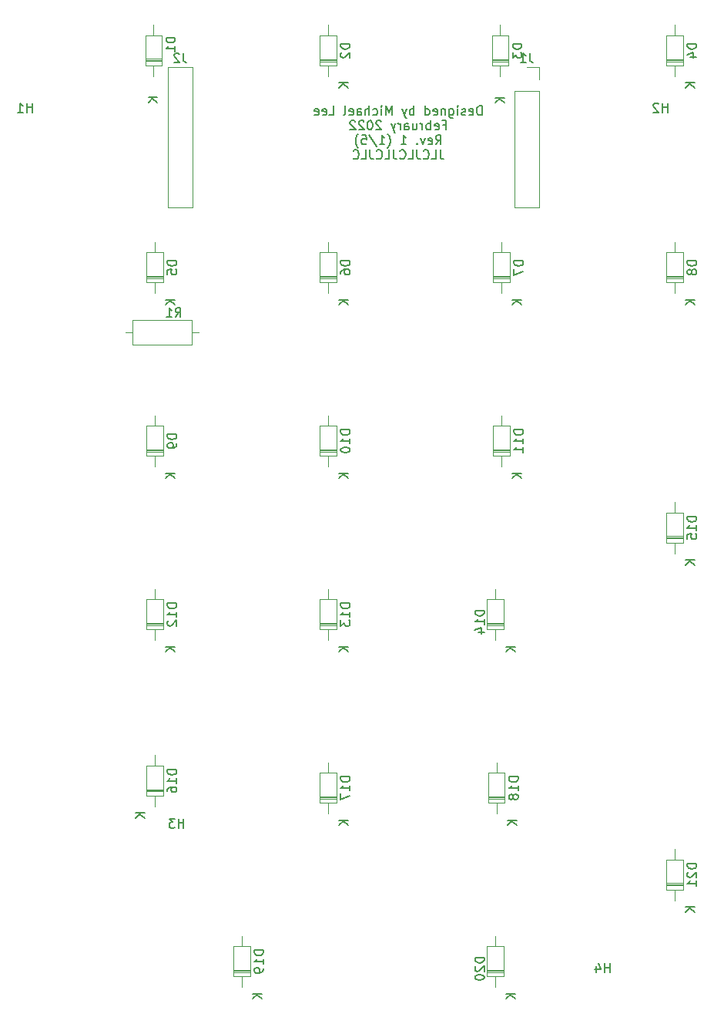
<source format=gbr>
%TF.GenerationSoftware,KiCad,Pcbnew,(6.0.2)*%
%TF.CreationDate,2022-02-20T23:39:01-05:00*%
%TF.ProjectId,Numpad,4e756d70-6164-42e6-9b69-6361645f7063,rev?*%
%TF.SameCoordinates,Original*%
%TF.FileFunction,Legend,Bot*%
%TF.FilePolarity,Positive*%
%FSLAX46Y46*%
G04 Gerber Fmt 4.6, Leading zero omitted, Abs format (unit mm)*
G04 Created by KiCad (PCBNEW (6.0.2)) date 2022-02-20 23:39:01*
%MOMM*%
%LPD*%
G01*
G04 APERTURE LIST*
%ADD10C,0.150000*%
%ADD11C,0.120000*%
G04 APERTURE END LIST*
D10*
X77198975Y-42804879D02*
X77198975Y-41804879D01*
X76960879Y-41804879D01*
X76818022Y-41852499D01*
X76722784Y-41947737D01*
X76675165Y-42042975D01*
X76627546Y-42233451D01*
X76627546Y-42376308D01*
X76675165Y-42566784D01*
X76722784Y-42662022D01*
X76818022Y-42757260D01*
X76960879Y-42804879D01*
X77198975Y-42804879D01*
X75818022Y-42757260D02*
X75913260Y-42804879D01*
X76103737Y-42804879D01*
X76198975Y-42757260D01*
X76246594Y-42662022D01*
X76246594Y-42281070D01*
X76198975Y-42185832D01*
X76103737Y-42138213D01*
X75913260Y-42138213D01*
X75818022Y-42185832D01*
X75770403Y-42281070D01*
X75770403Y-42376308D01*
X76246594Y-42471546D01*
X75389451Y-42757260D02*
X75294213Y-42804879D01*
X75103737Y-42804879D01*
X75008499Y-42757260D01*
X74960879Y-42662022D01*
X74960879Y-42614403D01*
X75008499Y-42519165D01*
X75103737Y-42471546D01*
X75246594Y-42471546D01*
X75341832Y-42423927D01*
X75389451Y-42328689D01*
X75389451Y-42281070D01*
X75341832Y-42185832D01*
X75246594Y-42138213D01*
X75103737Y-42138213D01*
X75008499Y-42185832D01*
X74532308Y-42804879D02*
X74532308Y-42138213D01*
X74532308Y-41804879D02*
X74579927Y-41852499D01*
X74532308Y-41900118D01*
X74484689Y-41852499D01*
X74532308Y-41804879D01*
X74532308Y-41900118D01*
X73627546Y-42138213D02*
X73627546Y-42947737D01*
X73675165Y-43042975D01*
X73722784Y-43090594D01*
X73818022Y-43138213D01*
X73960879Y-43138213D01*
X74056118Y-43090594D01*
X73627546Y-42757260D02*
X73722784Y-42804879D01*
X73913260Y-42804879D01*
X74008499Y-42757260D01*
X74056118Y-42709641D01*
X74103737Y-42614403D01*
X74103737Y-42328689D01*
X74056118Y-42233451D01*
X74008499Y-42185832D01*
X73913260Y-42138213D01*
X73722784Y-42138213D01*
X73627546Y-42185832D01*
X73151356Y-42138213D02*
X73151356Y-42804879D01*
X73151356Y-42233451D02*
X73103737Y-42185832D01*
X73008499Y-42138213D01*
X72865641Y-42138213D01*
X72770403Y-42185832D01*
X72722784Y-42281070D01*
X72722784Y-42804879D01*
X71865641Y-42757260D02*
X71960879Y-42804879D01*
X72151356Y-42804879D01*
X72246594Y-42757260D01*
X72294213Y-42662022D01*
X72294213Y-42281070D01*
X72246594Y-42185832D01*
X72151356Y-42138213D01*
X71960879Y-42138213D01*
X71865641Y-42185832D01*
X71818022Y-42281070D01*
X71818022Y-42376308D01*
X72294213Y-42471546D01*
X70960879Y-42804879D02*
X70960879Y-41804879D01*
X70960879Y-42757260D02*
X71056118Y-42804879D01*
X71246594Y-42804879D01*
X71341832Y-42757260D01*
X71389451Y-42709641D01*
X71437070Y-42614403D01*
X71437070Y-42328689D01*
X71389451Y-42233451D01*
X71341832Y-42185832D01*
X71246594Y-42138213D01*
X71056118Y-42138213D01*
X70960879Y-42185832D01*
X69722784Y-42804879D02*
X69722784Y-41804879D01*
X69722784Y-42185832D02*
X69627546Y-42138213D01*
X69437070Y-42138213D01*
X69341832Y-42185832D01*
X69294213Y-42233451D01*
X69246594Y-42328689D01*
X69246594Y-42614403D01*
X69294213Y-42709641D01*
X69341832Y-42757260D01*
X69437070Y-42804879D01*
X69627546Y-42804879D01*
X69722784Y-42757260D01*
X68913260Y-42138213D02*
X68675165Y-42804879D01*
X68437070Y-42138213D02*
X68675165Y-42804879D01*
X68770403Y-43042975D01*
X68818022Y-43090594D01*
X68913260Y-43138213D01*
X67294213Y-42804879D02*
X67294213Y-41804879D01*
X66960879Y-42519165D01*
X66627546Y-41804879D01*
X66627546Y-42804879D01*
X66151356Y-42804879D02*
X66151356Y-42138213D01*
X66151356Y-41804879D02*
X66198975Y-41852499D01*
X66151356Y-41900118D01*
X66103737Y-41852499D01*
X66151356Y-41804879D01*
X66151356Y-41900118D01*
X65246594Y-42757260D02*
X65341832Y-42804879D01*
X65532308Y-42804879D01*
X65627546Y-42757260D01*
X65675165Y-42709641D01*
X65722784Y-42614403D01*
X65722784Y-42328689D01*
X65675165Y-42233451D01*
X65627546Y-42185832D01*
X65532308Y-42138213D01*
X65341832Y-42138213D01*
X65246594Y-42185832D01*
X64818022Y-42804879D02*
X64818022Y-41804879D01*
X64389451Y-42804879D02*
X64389451Y-42281070D01*
X64437070Y-42185832D01*
X64532308Y-42138213D01*
X64675165Y-42138213D01*
X64770403Y-42185832D01*
X64818022Y-42233451D01*
X63484689Y-42804879D02*
X63484689Y-42281070D01*
X63532308Y-42185832D01*
X63627546Y-42138213D01*
X63818022Y-42138213D01*
X63913260Y-42185832D01*
X63484689Y-42757260D02*
X63579927Y-42804879D01*
X63818022Y-42804879D01*
X63913260Y-42757260D01*
X63960879Y-42662022D01*
X63960879Y-42566784D01*
X63913260Y-42471546D01*
X63818022Y-42423927D01*
X63579927Y-42423927D01*
X63484689Y-42376308D01*
X62627546Y-42757260D02*
X62722784Y-42804879D01*
X62913260Y-42804879D01*
X63008499Y-42757260D01*
X63056118Y-42662022D01*
X63056118Y-42281070D01*
X63008499Y-42185832D01*
X62913260Y-42138213D01*
X62722784Y-42138213D01*
X62627546Y-42185832D01*
X62579927Y-42281070D01*
X62579927Y-42376308D01*
X63056118Y-42471546D01*
X62008499Y-42804879D02*
X62103737Y-42757260D01*
X62151356Y-42662022D01*
X62151356Y-41804879D01*
X60389451Y-42804879D02*
X60865641Y-42804879D01*
X60865641Y-41804879D01*
X59675165Y-42757260D02*
X59770403Y-42804879D01*
X59960879Y-42804879D01*
X60056118Y-42757260D01*
X60103737Y-42662022D01*
X60103737Y-42281070D01*
X60056118Y-42185832D01*
X59960879Y-42138213D01*
X59770403Y-42138213D01*
X59675165Y-42185832D01*
X59627546Y-42281070D01*
X59627546Y-42376308D01*
X60103737Y-42471546D01*
X58818022Y-42757260D02*
X58913260Y-42804879D01*
X59103737Y-42804879D01*
X59198975Y-42757260D01*
X59246594Y-42662022D01*
X59246594Y-42281070D01*
X59198975Y-42185832D01*
X59103737Y-42138213D01*
X58913260Y-42138213D01*
X58818022Y-42185832D01*
X58770403Y-42281070D01*
X58770403Y-42376308D01*
X59246594Y-42471546D01*
X72937070Y-43891070D02*
X73270403Y-43891070D01*
X73270403Y-44414879D02*
X73270403Y-43414879D01*
X72794213Y-43414879D01*
X72032308Y-44367260D02*
X72127546Y-44414879D01*
X72318022Y-44414879D01*
X72413260Y-44367260D01*
X72460879Y-44272022D01*
X72460879Y-43891070D01*
X72413260Y-43795832D01*
X72318022Y-43748213D01*
X72127546Y-43748213D01*
X72032308Y-43795832D01*
X71984689Y-43891070D01*
X71984689Y-43986308D01*
X72460879Y-44081546D01*
X71556118Y-44414879D02*
X71556118Y-43414879D01*
X71556118Y-43795832D02*
X71460879Y-43748213D01*
X71270403Y-43748213D01*
X71175165Y-43795832D01*
X71127546Y-43843451D01*
X71079927Y-43938689D01*
X71079927Y-44224403D01*
X71127546Y-44319641D01*
X71175165Y-44367260D01*
X71270403Y-44414879D01*
X71460879Y-44414879D01*
X71556118Y-44367260D01*
X70651356Y-44414879D02*
X70651356Y-43748213D01*
X70651356Y-43938689D02*
X70603737Y-43843451D01*
X70556118Y-43795832D01*
X70460879Y-43748213D01*
X70365641Y-43748213D01*
X69603737Y-43748213D02*
X69603737Y-44414879D01*
X70032308Y-43748213D02*
X70032308Y-44272022D01*
X69984689Y-44367260D01*
X69889451Y-44414879D01*
X69746594Y-44414879D01*
X69651356Y-44367260D01*
X69603737Y-44319641D01*
X68698975Y-44414879D02*
X68698975Y-43891070D01*
X68746594Y-43795832D01*
X68841832Y-43748213D01*
X69032308Y-43748213D01*
X69127546Y-43795832D01*
X68698975Y-44367260D02*
X68794213Y-44414879D01*
X69032308Y-44414879D01*
X69127546Y-44367260D01*
X69175165Y-44272022D01*
X69175165Y-44176784D01*
X69127546Y-44081546D01*
X69032308Y-44033927D01*
X68794213Y-44033927D01*
X68698975Y-43986308D01*
X68222784Y-44414879D02*
X68222784Y-43748213D01*
X68222784Y-43938689D02*
X68175165Y-43843451D01*
X68127546Y-43795832D01*
X68032308Y-43748213D01*
X67937070Y-43748213D01*
X67698975Y-43748213D02*
X67460879Y-44414879D01*
X67222784Y-43748213D02*
X67460879Y-44414879D01*
X67556118Y-44652975D01*
X67603737Y-44700594D01*
X67698975Y-44748213D01*
X66127546Y-43510118D02*
X66079927Y-43462499D01*
X65984689Y-43414879D01*
X65746594Y-43414879D01*
X65651356Y-43462499D01*
X65603737Y-43510118D01*
X65556118Y-43605356D01*
X65556118Y-43700594D01*
X65603737Y-43843451D01*
X66175165Y-44414879D01*
X65556118Y-44414879D01*
X64937070Y-43414879D02*
X64841832Y-43414879D01*
X64746594Y-43462499D01*
X64698975Y-43510118D01*
X64651356Y-43605356D01*
X64603737Y-43795832D01*
X64603737Y-44033927D01*
X64651356Y-44224403D01*
X64698975Y-44319641D01*
X64746594Y-44367260D01*
X64841832Y-44414879D01*
X64937070Y-44414879D01*
X65032308Y-44367260D01*
X65079927Y-44319641D01*
X65127546Y-44224403D01*
X65175165Y-44033927D01*
X65175165Y-43795832D01*
X65127546Y-43605356D01*
X65079927Y-43510118D01*
X65032308Y-43462499D01*
X64937070Y-43414879D01*
X64222784Y-43510118D02*
X64175165Y-43462499D01*
X64079927Y-43414879D01*
X63841832Y-43414879D01*
X63746594Y-43462499D01*
X63698975Y-43510118D01*
X63651356Y-43605356D01*
X63651356Y-43700594D01*
X63698975Y-43843451D01*
X64270403Y-44414879D01*
X63651356Y-44414879D01*
X63270403Y-43510118D02*
X63222784Y-43462499D01*
X63127546Y-43414879D01*
X62889451Y-43414879D01*
X62794213Y-43462499D01*
X62746594Y-43510118D01*
X62698975Y-43605356D01*
X62698975Y-43700594D01*
X62746594Y-43843451D01*
X63318022Y-44414879D01*
X62698975Y-44414879D01*
X72127546Y-46024879D02*
X72460879Y-45548689D01*
X72698975Y-46024879D02*
X72698975Y-45024879D01*
X72318022Y-45024879D01*
X72222784Y-45072499D01*
X72175165Y-45120118D01*
X72127546Y-45215356D01*
X72127546Y-45358213D01*
X72175165Y-45453451D01*
X72222784Y-45501070D01*
X72318022Y-45548689D01*
X72698975Y-45548689D01*
X71318022Y-45977260D02*
X71413260Y-46024879D01*
X71603737Y-46024879D01*
X71698975Y-45977260D01*
X71746594Y-45882022D01*
X71746594Y-45501070D01*
X71698975Y-45405832D01*
X71603737Y-45358213D01*
X71413260Y-45358213D01*
X71318022Y-45405832D01*
X71270403Y-45501070D01*
X71270403Y-45596308D01*
X71746594Y-45691546D01*
X70937070Y-45358213D02*
X70698975Y-46024879D01*
X70460879Y-45358213D01*
X70079927Y-45929641D02*
X70032308Y-45977260D01*
X70079927Y-46024879D01*
X70127546Y-45977260D01*
X70079927Y-45929641D01*
X70079927Y-46024879D01*
X68318022Y-46024879D02*
X68889451Y-46024879D01*
X68603737Y-46024879D02*
X68603737Y-45024879D01*
X68698975Y-45167737D01*
X68794213Y-45262975D01*
X68889451Y-45310594D01*
X66841832Y-46405832D02*
X66889451Y-46358213D01*
X66984689Y-46215356D01*
X67032308Y-46120118D01*
X67079927Y-45977260D01*
X67127546Y-45739165D01*
X67127546Y-45548689D01*
X67079927Y-45310594D01*
X67032308Y-45167737D01*
X66984689Y-45072499D01*
X66889451Y-44929641D01*
X66841832Y-44882022D01*
X65937070Y-46024879D02*
X66508499Y-46024879D01*
X66222784Y-46024879D02*
X66222784Y-45024879D01*
X66318022Y-45167737D01*
X66413260Y-45262975D01*
X66508499Y-45310594D01*
X64794213Y-44977260D02*
X65651356Y-46262975D01*
X63984689Y-45024879D02*
X64460879Y-45024879D01*
X64508499Y-45501070D01*
X64460879Y-45453451D01*
X64365641Y-45405832D01*
X64127546Y-45405832D01*
X64032308Y-45453451D01*
X63984689Y-45501070D01*
X63937070Y-45596308D01*
X63937070Y-45834403D01*
X63984689Y-45929641D01*
X64032308Y-45977260D01*
X64127546Y-46024879D01*
X64365641Y-46024879D01*
X64460879Y-45977260D01*
X64508499Y-45929641D01*
X63603737Y-46405832D02*
X63556118Y-46358213D01*
X63460879Y-46215356D01*
X63413260Y-46120118D01*
X63365641Y-45977260D01*
X63318022Y-45739165D01*
X63318022Y-45548689D01*
X63365641Y-45310594D01*
X63413260Y-45167737D01*
X63460879Y-45072499D01*
X63556118Y-44929641D01*
X63603737Y-44882022D01*
X72627546Y-46634879D02*
X72627546Y-47349165D01*
X72675165Y-47492022D01*
X72770403Y-47587260D01*
X72913260Y-47634879D01*
X73008499Y-47634879D01*
X71675165Y-47634879D02*
X72151356Y-47634879D01*
X72151356Y-46634879D01*
X70770403Y-47539641D02*
X70818022Y-47587260D01*
X70960879Y-47634879D01*
X71056118Y-47634879D01*
X71198975Y-47587260D01*
X71294213Y-47492022D01*
X71341832Y-47396784D01*
X71389451Y-47206308D01*
X71389451Y-47063451D01*
X71341832Y-46872975D01*
X71294213Y-46777737D01*
X71198975Y-46682499D01*
X71056118Y-46634879D01*
X70960879Y-46634879D01*
X70818022Y-46682499D01*
X70770403Y-46730118D01*
X70056118Y-46634879D02*
X70056118Y-47349165D01*
X70103737Y-47492022D01*
X70198975Y-47587260D01*
X70341832Y-47634879D01*
X70437070Y-47634879D01*
X69103737Y-47634879D02*
X69579927Y-47634879D01*
X69579927Y-46634879D01*
X68198975Y-47539641D02*
X68246594Y-47587260D01*
X68389451Y-47634879D01*
X68484689Y-47634879D01*
X68627546Y-47587260D01*
X68722784Y-47492022D01*
X68770403Y-47396784D01*
X68818022Y-47206308D01*
X68818022Y-47063451D01*
X68770403Y-46872975D01*
X68722784Y-46777737D01*
X68627546Y-46682499D01*
X68484689Y-46634879D01*
X68389451Y-46634879D01*
X68246594Y-46682499D01*
X68198975Y-46730118D01*
X67484689Y-46634879D02*
X67484689Y-47349165D01*
X67532308Y-47492022D01*
X67627546Y-47587260D01*
X67770403Y-47634879D01*
X67865641Y-47634879D01*
X66532308Y-47634879D02*
X67008499Y-47634879D01*
X67008499Y-46634879D01*
X65627546Y-47539641D02*
X65675165Y-47587260D01*
X65818022Y-47634879D01*
X65913260Y-47634879D01*
X66056118Y-47587260D01*
X66151356Y-47492022D01*
X66198975Y-47396784D01*
X66246594Y-47206308D01*
X66246594Y-47063451D01*
X66198975Y-46872975D01*
X66151356Y-46777737D01*
X66056118Y-46682499D01*
X65913260Y-46634879D01*
X65818022Y-46634879D01*
X65675165Y-46682499D01*
X65627546Y-46730118D01*
X64913260Y-46634879D02*
X64913260Y-47349165D01*
X64960879Y-47492022D01*
X65056118Y-47587260D01*
X65198975Y-47634879D01*
X65294213Y-47634879D01*
X63960879Y-47634879D02*
X64437070Y-47634879D01*
X64437070Y-46634879D01*
X63056118Y-47539641D02*
X63103737Y-47587260D01*
X63246594Y-47634879D01*
X63341832Y-47634879D01*
X63484689Y-47587260D01*
X63579927Y-47492022D01*
X63627546Y-47396784D01*
X63675165Y-47206308D01*
X63675165Y-47063451D01*
X63627546Y-46872975D01*
X63579927Y-46777737D01*
X63484689Y-46682499D01*
X63341832Y-46634879D01*
X63246594Y-46634879D01*
X63103737Y-46682499D01*
X63056118Y-46730118D01*
%TO.C,H1*%
X27749403Y-42496129D02*
X27749403Y-41496129D01*
X27749403Y-41972320D02*
X27177975Y-41972320D01*
X27177975Y-42496129D02*
X27177975Y-41496129D01*
X26177975Y-42496129D02*
X26749403Y-42496129D01*
X26463689Y-42496129D02*
X26463689Y-41496129D01*
X26558927Y-41638987D01*
X26654165Y-41734225D01*
X26749403Y-41781844D01*
%TO.C,J1*%
X82470582Y-36016129D02*
X82470582Y-36730415D01*
X82518201Y-36873272D01*
X82613439Y-36968510D01*
X82756296Y-37016129D01*
X82851534Y-37016129D01*
X81470582Y-37016129D02*
X82042010Y-37016129D01*
X81756296Y-37016129D02*
X81756296Y-36016129D01*
X81851534Y-36158987D01*
X81946772Y-36254225D01*
X82042010Y-36301844D01*
%TO.C,R1*%
X43505415Y-64968379D02*
X43838749Y-64492189D01*
X44076844Y-64968379D02*
X44076844Y-63968379D01*
X43695891Y-63968379D01*
X43600653Y-64015999D01*
X43553034Y-64063618D01*
X43505415Y-64158856D01*
X43505415Y-64301713D01*
X43553034Y-64396951D01*
X43600653Y-64444570D01*
X43695891Y-64492189D01*
X44076844Y-64492189D01*
X42553034Y-64968379D02*
X43124463Y-64968379D01*
X42838749Y-64968379D02*
X42838749Y-63968379D01*
X42933987Y-64111237D01*
X43029225Y-64206475D01*
X43124463Y-64254094D01*
%TO.C,D16*%
X43647379Y-114678214D02*
X42647379Y-114678214D01*
X42647379Y-114916309D01*
X42694999Y-115059166D01*
X42790237Y-115154404D01*
X42885475Y-115202023D01*
X43075951Y-115249642D01*
X43218808Y-115249642D01*
X43409284Y-115202023D01*
X43504522Y-115154404D01*
X43599760Y-115059166D01*
X43647379Y-114916309D01*
X43647379Y-114678214D01*
X43647379Y-116202023D02*
X43647379Y-115630595D01*
X43647379Y-115916309D02*
X42647379Y-115916309D01*
X42790237Y-115821071D01*
X42885475Y-115725833D01*
X42933094Y-115630595D01*
X42647379Y-117059166D02*
X42647379Y-116868690D01*
X42694999Y-116773452D01*
X42742618Y-116725833D01*
X42885475Y-116630595D01*
X43075951Y-116582976D01*
X43456903Y-116582976D01*
X43552141Y-116630595D01*
X43599760Y-116678214D01*
X43647379Y-116773452D01*
X43647379Y-116963928D01*
X43599760Y-117059166D01*
X43552141Y-117106785D01*
X43456903Y-117154404D01*
X43218808Y-117154404D01*
X43123570Y-117106785D01*
X43075951Y-117059166D01*
X43028332Y-116963928D01*
X43028332Y-116773452D01*
X43075951Y-116678214D01*
X43123570Y-116630595D01*
X43218808Y-116582976D01*
X40139880Y-119440595D02*
X39139880Y-119440595D01*
X40139880Y-120012023D02*
X39568452Y-119583452D01*
X39139880Y-120012023D02*
X39711309Y-119440595D01*
%TO.C,D13*%
X62697379Y-96421963D02*
X61697379Y-96421963D01*
X61697379Y-96660058D01*
X61744999Y-96802915D01*
X61840237Y-96898153D01*
X61935475Y-96945772D01*
X62125951Y-96993391D01*
X62268808Y-96993391D01*
X62459284Y-96945772D01*
X62554522Y-96898153D01*
X62649760Y-96802915D01*
X62697379Y-96660058D01*
X62697379Y-96421963D01*
X62697379Y-97945772D02*
X62697379Y-97374344D01*
X62697379Y-97660058D02*
X61697379Y-97660058D01*
X61840237Y-97564820D01*
X61935475Y-97469582D01*
X61983094Y-97374344D01*
X61697379Y-98279106D02*
X61697379Y-98898153D01*
X62078332Y-98564820D01*
X62078332Y-98707677D01*
X62125951Y-98802915D01*
X62173570Y-98850534D01*
X62268808Y-98898153D01*
X62506903Y-98898153D01*
X62602141Y-98850534D01*
X62649760Y-98802915D01*
X62697379Y-98707677D01*
X62697379Y-98421963D01*
X62649760Y-98326725D01*
X62602141Y-98279106D01*
X62527379Y-101184344D02*
X61527379Y-101184344D01*
X62527379Y-101755772D02*
X61955951Y-101327201D01*
X61527379Y-101755772D02*
X62098808Y-101184344D01*
%TO.C,D8*%
X100797379Y-58798153D02*
X99797379Y-58798153D01*
X99797379Y-59036249D01*
X99844999Y-59179106D01*
X99940237Y-59274344D01*
X100035475Y-59321963D01*
X100225951Y-59369582D01*
X100368808Y-59369582D01*
X100559284Y-59321963D01*
X100654522Y-59274344D01*
X100749760Y-59179106D01*
X100797379Y-59036249D01*
X100797379Y-58798153D01*
X100225951Y-59941010D02*
X100178332Y-59845772D01*
X100130713Y-59798153D01*
X100035475Y-59750534D01*
X99987856Y-59750534D01*
X99892618Y-59798153D01*
X99844999Y-59845772D01*
X99797379Y-59941010D01*
X99797379Y-60131487D01*
X99844999Y-60226725D01*
X99892618Y-60274344D01*
X99987856Y-60321963D01*
X100035475Y-60321963D01*
X100130713Y-60274344D01*
X100178332Y-60226725D01*
X100225951Y-60131487D01*
X100225951Y-59941010D01*
X100273570Y-59845772D01*
X100321189Y-59798153D01*
X100416427Y-59750534D01*
X100606903Y-59750534D01*
X100702141Y-59798153D01*
X100749760Y-59845772D01*
X100797379Y-59941010D01*
X100797379Y-60131487D01*
X100749760Y-60226725D01*
X100702141Y-60274344D01*
X100606903Y-60321963D01*
X100416427Y-60321963D01*
X100321189Y-60274344D01*
X100273570Y-60226725D01*
X100225951Y-60131487D01*
X100627379Y-63084344D02*
X99627379Y-63084344D01*
X100627379Y-63655772D02*
X100055951Y-63227201D01*
X99627379Y-63655772D02*
X100198808Y-63084344D01*
%TO.C,H4*%
X91249404Y-136952380D02*
X91249404Y-135952380D01*
X91249404Y-136428571D02*
X90677976Y-136428571D01*
X90677976Y-136952380D02*
X90677976Y-135952380D01*
X89773214Y-136285714D02*
X89773214Y-136952380D01*
X90011309Y-135904761D02*
X90249404Y-136619047D01*
X89630357Y-136619047D01*
%TO.C,D18*%
X81175879Y-115471963D02*
X80175879Y-115471963D01*
X80175879Y-115710058D01*
X80223499Y-115852915D01*
X80318737Y-115948153D01*
X80413975Y-115995772D01*
X80604451Y-116043391D01*
X80747308Y-116043391D01*
X80937784Y-115995772D01*
X81033022Y-115948153D01*
X81128260Y-115852915D01*
X81175879Y-115710058D01*
X81175879Y-115471963D01*
X81175879Y-116995772D02*
X81175879Y-116424344D01*
X81175879Y-116710058D02*
X80175879Y-116710058D01*
X80318737Y-116614820D01*
X80413975Y-116519582D01*
X80461594Y-116424344D01*
X80604451Y-117567201D02*
X80556832Y-117471963D01*
X80509213Y-117424344D01*
X80413975Y-117376725D01*
X80366356Y-117376725D01*
X80271118Y-117424344D01*
X80223499Y-117471963D01*
X80175879Y-117567201D01*
X80175879Y-117757677D01*
X80223499Y-117852915D01*
X80271118Y-117900534D01*
X80366356Y-117948153D01*
X80413975Y-117948153D01*
X80509213Y-117900534D01*
X80556832Y-117852915D01*
X80604451Y-117757677D01*
X80604451Y-117567201D01*
X80652070Y-117471963D01*
X80699689Y-117424344D01*
X80794927Y-117376725D01*
X80985403Y-117376725D01*
X81080641Y-117424344D01*
X81128260Y-117471963D01*
X81175879Y-117567201D01*
X81175879Y-117757677D01*
X81128260Y-117852915D01*
X81080641Y-117900534D01*
X80985403Y-117948153D01*
X80794927Y-117948153D01*
X80699689Y-117900534D01*
X80652070Y-117852915D01*
X80604451Y-117757677D01*
X81005879Y-120234344D02*
X80005879Y-120234344D01*
X81005879Y-120805772D02*
X80434451Y-120377201D01*
X80005879Y-120805772D02*
X80577308Y-120234344D01*
%TO.C,D17*%
X62697379Y-115471963D02*
X61697379Y-115471963D01*
X61697379Y-115710058D01*
X61744999Y-115852915D01*
X61840237Y-115948153D01*
X61935475Y-115995772D01*
X62125951Y-116043391D01*
X62268808Y-116043391D01*
X62459284Y-115995772D01*
X62554522Y-115948153D01*
X62649760Y-115852915D01*
X62697379Y-115710058D01*
X62697379Y-115471963D01*
X62697379Y-116995772D02*
X62697379Y-116424344D01*
X62697379Y-116710058D02*
X61697379Y-116710058D01*
X61840237Y-116614820D01*
X61935475Y-116519582D01*
X61983094Y-116424344D01*
X61697379Y-117329106D02*
X61697379Y-117995772D01*
X62697379Y-117567201D01*
X62527379Y-120234344D02*
X61527379Y-120234344D01*
X62527379Y-120805772D02*
X61955951Y-120377201D01*
X61527379Y-120805772D02*
X62098808Y-120234344D01*
%TO.C,D10*%
X62697379Y-77371963D02*
X61697379Y-77371963D01*
X61697379Y-77610058D01*
X61744999Y-77752915D01*
X61840237Y-77848153D01*
X61935475Y-77895772D01*
X62125951Y-77943391D01*
X62268808Y-77943391D01*
X62459284Y-77895772D01*
X62554522Y-77848153D01*
X62649760Y-77752915D01*
X62697379Y-77610058D01*
X62697379Y-77371963D01*
X62697379Y-78895772D02*
X62697379Y-78324344D01*
X62697379Y-78610058D02*
X61697379Y-78610058D01*
X61840237Y-78514820D01*
X61935475Y-78419582D01*
X61983094Y-78324344D01*
X61697379Y-79514820D02*
X61697379Y-79610058D01*
X61744999Y-79705296D01*
X61792618Y-79752915D01*
X61887856Y-79800534D01*
X62078332Y-79848153D01*
X62316427Y-79848153D01*
X62506903Y-79800534D01*
X62602141Y-79752915D01*
X62649760Y-79705296D01*
X62697379Y-79610058D01*
X62697379Y-79514820D01*
X62649760Y-79419582D01*
X62602141Y-79371963D01*
X62506903Y-79324344D01*
X62316427Y-79276725D01*
X62078332Y-79276725D01*
X61887856Y-79324344D01*
X61792618Y-79371963D01*
X61744999Y-79419582D01*
X61697379Y-79514820D01*
X62527379Y-82134344D02*
X61527379Y-82134344D01*
X62527379Y-82705772D02*
X61955951Y-82277201D01*
X61527379Y-82705772D02*
X62098808Y-82134344D01*
%TO.C,D5*%
X43647379Y-58798153D02*
X42647379Y-58798153D01*
X42647379Y-59036249D01*
X42694999Y-59179106D01*
X42790237Y-59274344D01*
X42885475Y-59321963D01*
X43075951Y-59369582D01*
X43218808Y-59369582D01*
X43409284Y-59321963D01*
X43504522Y-59274344D01*
X43599760Y-59179106D01*
X43647379Y-59036249D01*
X43647379Y-58798153D01*
X42647379Y-60274344D02*
X42647379Y-59798153D01*
X43123570Y-59750534D01*
X43075951Y-59798153D01*
X43028332Y-59893391D01*
X43028332Y-60131487D01*
X43075951Y-60226725D01*
X43123570Y-60274344D01*
X43218808Y-60321963D01*
X43456903Y-60321963D01*
X43552141Y-60274344D01*
X43599760Y-60226725D01*
X43647379Y-60131487D01*
X43647379Y-59893391D01*
X43599760Y-59798153D01*
X43552141Y-59750534D01*
X43477379Y-63084344D02*
X42477379Y-63084344D01*
X43477379Y-63655772D02*
X42905951Y-63227201D01*
X42477379Y-63655772D02*
X43048808Y-63084344D01*
%TO.C,D2*%
X62697379Y-34985653D02*
X61697379Y-34985653D01*
X61697379Y-35223749D01*
X61744999Y-35366606D01*
X61840237Y-35461844D01*
X61935475Y-35509463D01*
X62125951Y-35557082D01*
X62268808Y-35557082D01*
X62459284Y-35509463D01*
X62554522Y-35461844D01*
X62649760Y-35366606D01*
X62697379Y-35223749D01*
X62697379Y-34985653D01*
X61792618Y-35938034D02*
X61744999Y-35985653D01*
X61697379Y-36080891D01*
X61697379Y-36318987D01*
X61744999Y-36414225D01*
X61792618Y-36461844D01*
X61887856Y-36509463D01*
X61983094Y-36509463D01*
X62125951Y-36461844D01*
X62697379Y-35890415D01*
X62697379Y-36509463D01*
X62527379Y-39271844D02*
X61527379Y-39271844D01*
X62527379Y-39843272D02*
X61955951Y-39414701D01*
X61527379Y-39843272D02*
X62098808Y-39271844D01*
%TO.C,D3*%
X81588629Y-34985653D02*
X80588629Y-34985653D01*
X80588629Y-35223749D01*
X80636249Y-35366606D01*
X80731487Y-35461844D01*
X80826725Y-35509463D01*
X81017201Y-35557082D01*
X81160058Y-35557082D01*
X81350534Y-35509463D01*
X81445772Y-35461844D01*
X81541010Y-35366606D01*
X81588629Y-35223749D01*
X81588629Y-34985653D01*
X80588629Y-35890415D02*
X80588629Y-36509463D01*
X80969582Y-36176129D01*
X80969582Y-36318987D01*
X81017201Y-36414225D01*
X81064820Y-36461844D01*
X81160058Y-36509463D01*
X81398153Y-36509463D01*
X81493391Y-36461844D01*
X81541010Y-36414225D01*
X81588629Y-36318987D01*
X81588629Y-36033272D01*
X81541010Y-35938034D01*
X81493391Y-35890415D01*
X79668629Y-40886094D02*
X78668629Y-40886094D01*
X79668629Y-41457522D02*
X79097201Y-41028951D01*
X78668629Y-41457522D02*
X79240058Y-40886094D01*
%TO.C,D11*%
X81747379Y-77371963D02*
X80747379Y-77371963D01*
X80747379Y-77610058D01*
X80794999Y-77752915D01*
X80890237Y-77848153D01*
X80985475Y-77895772D01*
X81175951Y-77943391D01*
X81318808Y-77943391D01*
X81509284Y-77895772D01*
X81604522Y-77848153D01*
X81699760Y-77752915D01*
X81747379Y-77610058D01*
X81747379Y-77371963D01*
X81747379Y-78895772D02*
X81747379Y-78324344D01*
X81747379Y-78610058D02*
X80747379Y-78610058D01*
X80890237Y-78514820D01*
X80985475Y-78419582D01*
X81033094Y-78324344D01*
X81747379Y-79848153D02*
X81747379Y-79276725D01*
X81747379Y-79562439D02*
X80747379Y-79562439D01*
X80890237Y-79467201D01*
X80985475Y-79371963D01*
X81033094Y-79276725D01*
X81577379Y-82134344D02*
X80577379Y-82134344D01*
X81577379Y-82705772D02*
X81005951Y-82277201D01*
X80577379Y-82705772D02*
X81148808Y-82134344D01*
%TO.C,D15*%
X100797379Y-86896963D02*
X99797379Y-86896963D01*
X99797379Y-87135058D01*
X99844999Y-87277915D01*
X99940237Y-87373153D01*
X100035475Y-87420772D01*
X100225951Y-87468391D01*
X100368808Y-87468391D01*
X100559284Y-87420772D01*
X100654522Y-87373153D01*
X100749760Y-87277915D01*
X100797379Y-87135058D01*
X100797379Y-86896963D01*
X100797379Y-88420772D02*
X100797379Y-87849344D01*
X100797379Y-88135058D02*
X99797379Y-88135058D01*
X99940237Y-88039820D01*
X100035475Y-87944582D01*
X100083094Y-87849344D01*
X99797379Y-89325534D02*
X99797379Y-88849344D01*
X100273570Y-88801725D01*
X100225951Y-88849344D01*
X100178332Y-88944582D01*
X100178332Y-89182677D01*
X100225951Y-89277915D01*
X100273570Y-89325534D01*
X100368808Y-89373153D01*
X100606903Y-89373153D01*
X100702141Y-89325534D01*
X100749760Y-89277915D01*
X100797379Y-89182677D01*
X100797379Y-88944582D01*
X100749760Y-88849344D01*
X100702141Y-88801725D01*
X100627379Y-91659344D02*
X99627379Y-91659344D01*
X100627379Y-92230772D02*
X100055951Y-91802201D01*
X99627379Y-92230772D02*
X100198808Y-91659344D01*
%TO.C,D4*%
X100797379Y-34985653D02*
X99797379Y-34985653D01*
X99797379Y-35223749D01*
X99844999Y-35366606D01*
X99940237Y-35461844D01*
X100035475Y-35509463D01*
X100225951Y-35557082D01*
X100368808Y-35557082D01*
X100559284Y-35509463D01*
X100654522Y-35461844D01*
X100749760Y-35366606D01*
X100797379Y-35223749D01*
X100797379Y-34985653D01*
X100130713Y-36414225D02*
X100797379Y-36414225D01*
X99749760Y-36176129D02*
X100464046Y-35938034D01*
X100464046Y-36557082D01*
X100627379Y-39271844D02*
X99627379Y-39271844D01*
X100627379Y-39843272D02*
X100055951Y-39414701D01*
X99627379Y-39843272D02*
X100198808Y-39271844D01*
%TO.C,D19*%
X53172379Y-134521963D02*
X52172379Y-134521963D01*
X52172379Y-134760058D01*
X52219999Y-134902915D01*
X52315237Y-134998153D01*
X52410475Y-135045772D01*
X52600951Y-135093391D01*
X52743808Y-135093391D01*
X52934284Y-135045772D01*
X53029522Y-134998153D01*
X53124760Y-134902915D01*
X53172379Y-134760058D01*
X53172379Y-134521963D01*
X53172379Y-136045772D02*
X53172379Y-135474344D01*
X53172379Y-135760058D02*
X52172379Y-135760058D01*
X52315237Y-135664820D01*
X52410475Y-135569582D01*
X52458094Y-135474344D01*
X53172379Y-136521963D02*
X53172379Y-136712439D01*
X53124760Y-136807677D01*
X53077141Y-136855296D01*
X52934284Y-136950534D01*
X52743808Y-136998153D01*
X52362856Y-136998153D01*
X52267618Y-136950534D01*
X52219999Y-136902915D01*
X52172379Y-136807677D01*
X52172379Y-136617201D01*
X52219999Y-136521963D01*
X52267618Y-136474344D01*
X52362856Y-136426725D01*
X52600951Y-136426725D01*
X52696189Y-136474344D01*
X52743808Y-136521963D01*
X52791427Y-136617201D01*
X52791427Y-136807677D01*
X52743808Y-136902915D01*
X52696189Y-136950534D01*
X52600951Y-136998153D01*
X53002379Y-139284344D02*
X52002379Y-139284344D01*
X53002379Y-139855772D02*
X52430951Y-139427201D01*
X52002379Y-139855772D02*
X52573808Y-139284344D01*
%TO.C,D21*%
X100797379Y-124996963D02*
X99797379Y-124996963D01*
X99797379Y-125235058D01*
X99844999Y-125377915D01*
X99940237Y-125473153D01*
X100035475Y-125520772D01*
X100225951Y-125568391D01*
X100368808Y-125568391D01*
X100559284Y-125520772D01*
X100654522Y-125473153D01*
X100749760Y-125377915D01*
X100797379Y-125235058D01*
X100797379Y-124996963D01*
X99892618Y-125949344D02*
X99844999Y-125996963D01*
X99797379Y-126092201D01*
X99797379Y-126330296D01*
X99844999Y-126425534D01*
X99892618Y-126473153D01*
X99987856Y-126520772D01*
X100083094Y-126520772D01*
X100225951Y-126473153D01*
X100797379Y-125901725D01*
X100797379Y-126520772D01*
X100797379Y-127473153D02*
X100797379Y-126901725D01*
X100797379Y-127187439D02*
X99797379Y-127187439D01*
X99940237Y-127092201D01*
X100035475Y-126996963D01*
X100083094Y-126901725D01*
X100627379Y-129759344D02*
X99627379Y-129759344D01*
X100627379Y-130330772D02*
X100055951Y-129902201D01*
X99627379Y-130330772D02*
X100198808Y-129759344D01*
%TO.C,D6*%
X62697379Y-58798153D02*
X61697379Y-58798153D01*
X61697379Y-59036249D01*
X61744999Y-59179106D01*
X61840237Y-59274344D01*
X61935475Y-59321963D01*
X62125951Y-59369582D01*
X62268808Y-59369582D01*
X62459284Y-59321963D01*
X62554522Y-59274344D01*
X62649760Y-59179106D01*
X62697379Y-59036249D01*
X62697379Y-58798153D01*
X61697379Y-60226725D02*
X61697379Y-60036249D01*
X61744999Y-59941010D01*
X61792618Y-59893391D01*
X61935475Y-59798153D01*
X62125951Y-59750534D01*
X62506903Y-59750534D01*
X62602141Y-59798153D01*
X62649760Y-59845772D01*
X62697379Y-59941010D01*
X62697379Y-60131487D01*
X62649760Y-60226725D01*
X62602141Y-60274344D01*
X62506903Y-60321963D01*
X62268808Y-60321963D01*
X62173570Y-60274344D01*
X62125951Y-60226725D01*
X62078332Y-60131487D01*
X62078332Y-59941010D01*
X62125951Y-59845772D01*
X62173570Y-59798153D01*
X62268808Y-59750534D01*
X62527379Y-63084344D02*
X61527379Y-63084344D01*
X62527379Y-63655772D02*
X61955951Y-63227201D01*
X61527379Y-63655772D02*
X62098808Y-63084344D01*
%TO.C,D20*%
X77446129Y-135310713D02*
X76446129Y-135310713D01*
X76446129Y-135548808D01*
X76493749Y-135691665D01*
X76588987Y-135786903D01*
X76684225Y-135834522D01*
X76874701Y-135882141D01*
X77017558Y-135882141D01*
X77208034Y-135834522D01*
X77303272Y-135786903D01*
X77398510Y-135691665D01*
X77446129Y-135548808D01*
X77446129Y-135310713D01*
X76541368Y-136263094D02*
X76493749Y-136310713D01*
X76446129Y-136405951D01*
X76446129Y-136644046D01*
X76493749Y-136739284D01*
X76541368Y-136786903D01*
X76636606Y-136834522D01*
X76731844Y-136834522D01*
X76874701Y-136786903D01*
X77446129Y-136215475D01*
X77446129Y-136834522D01*
X76446129Y-137453570D02*
X76446129Y-137548808D01*
X76493749Y-137644046D01*
X76541368Y-137691665D01*
X76636606Y-137739284D01*
X76827082Y-137786903D01*
X77065177Y-137786903D01*
X77255653Y-137739284D01*
X77350891Y-137691665D01*
X77398510Y-137644046D01*
X77446129Y-137548808D01*
X77446129Y-137453570D01*
X77398510Y-137358332D01*
X77350891Y-137310713D01*
X77255653Y-137263094D01*
X77065177Y-137215475D01*
X76827082Y-137215475D01*
X76636606Y-137263094D01*
X76541368Y-137310713D01*
X76493749Y-137358332D01*
X76446129Y-137453570D01*
X80878879Y-139284344D02*
X79878879Y-139284344D01*
X80878879Y-139855772D02*
X80307451Y-139427201D01*
X79878879Y-139855772D02*
X80450308Y-139284344D01*
%TO.C,H3*%
X44418154Y-121077380D02*
X44418154Y-120077380D01*
X44418154Y-120553571D02*
X43846726Y-120553571D01*
X43846726Y-121077380D02*
X43846726Y-120077380D01*
X43465773Y-120077380D02*
X42846726Y-120077380D01*
X43180059Y-120458333D01*
X43037202Y-120458333D01*
X42941964Y-120505952D01*
X42894345Y-120553571D01*
X42846726Y-120648809D01*
X42846726Y-120886904D01*
X42894345Y-120982142D01*
X42941964Y-121029761D01*
X43037202Y-121077380D01*
X43322916Y-121077380D01*
X43418154Y-121029761D01*
X43465773Y-120982142D01*
%TO.C,J2*%
X44370582Y-36016129D02*
X44370582Y-36730415D01*
X44418201Y-36873272D01*
X44513439Y-36968510D01*
X44656296Y-37016129D01*
X44751534Y-37016129D01*
X43942010Y-36111368D02*
X43894391Y-36063749D01*
X43799153Y-36016129D01*
X43561058Y-36016129D01*
X43465820Y-36063749D01*
X43418201Y-36111368D01*
X43370582Y-36206606D01*
X43370582Y-36301844D01*
X43418201Y-36444701D01*
X43989629Y-37016129D01*
X43370582Y-37016129D01*
%TO.C,D12*%
X43647379Y-96421963D02*
X42647379Y-96421963D01*
X42647379Y-96660058D01*
X42694999Y-96802915D01*
X42790237Y-96898153D01*
X42885475Y-96945772D01*
X43075951Y-96993391D01*
X43218808Y-96993391D01*
X43409284Y-96945772D01*
X43504522Y-96898153D01*
X43599760Y-96802915D01*
X43647379Y-96660058D01*
X43647379Y-96421963D01*
X43647379Y-97945772D02*
X43647379Y-97374344D01*
X43647379Y-97660058D02*
X42647379Y-97660058D01*
X42790237Y-97564820D01*
X42885475Y-97469582D01*
X42933094Y-97374344D01*
X42742618Y-98326725D02*
X42694999Y-98374344D01*
X42647379Y-98469582D01*
X42647379Y-98707677D01*
X42694999Y-98802915D01*
X42742618Y-98850534D01*
X42837856Y-98898153D01*
X42933094Y-98898153D01*
X43075951Y-98850534D01*
X43647379Y-98279106D01*
X43647379Y-98898153D01*
X43477379Y-101184344D02*
X42477379Y-101184344D01*
X43477379Y-101755772D02*
X42905951Y-101327201D01*
X42477379Y-101755772D02*
X43048808Y-101184344D01*
%TO.C,D1*%
X43488629Y-34282153D02*
X42488629Y-34282153D01*
X42488629Y-34520249D01*
X42536249Y-34663106D01*
X42631487Y-34758344D01*
X42726725Y-34805963D01*
X42917201Y-34853582D01*
X43060058Y-34853582D01*
X43250534Y-34805963D01*
X43345772Y-34758344D01*
X43441010Y-34663106D01*
X43488629Y-34520249D01*
X43488629Y-34282153D01*
X43488629Y-35805963D02*
X43488629Y-35234534D01*
X43488629Y-35520249D02*
X42488629Y-35520249D01*
X42631487Y-35425010D01*
X42726725Y-35329772D01*
X42774344Y-35234534D01*
X41536879Y-40854344D02*
X40536879Y-40854344D01*
X41536879Y-41425772D02*
X40965451Y-40997201D01*
X40536879Y-41425772D02*
X41108308Y-40854344D01*
%TO.C,H2*%
X97599403Y-42496129D02*
X97599403Y-41496129D01*
X97599403Y-41972320D02*
X97027975Y-41972320D01*
X97027975Y-42496129D02*
X97027975Y-41496129D01*
X96599403Y-41591368D02*
X96551784Y-41543749D01*
X96456546Y-41496129D01*
X96218451Y-41496129D01*
X96123213Y-41543749D01*
X96075594Y-41591368D01*
X96027975Y-41686606D01*
X96027975Y-41781844D01*
X96075594Y-41924701D01*
X96647022Y-42496129D01*
X96027975Y-42496129D01*
%TO.C,D9*%
X43647379Y-77848153D02*
X42647379Y-77848153D01*
X42647379Y-78086249D01*
X42694999Y-78229106D01*
X42790237Y-78324344D01*
X42885475Y-78371963D01*
X43075951Y-78419582D01*
X43218808Y-78419582D01*
X43409284Y-78371963D01*
X43504522Y-78324344D01*
X43599760Y-78229106D01*
X43647379Y-78086249D01*
X43647379Y-77848153D01*
X43647379Y-78895772D02*
X43647379Y-79086249D01*
X43599760Y-79181487D01*
X43552141Y-79229106D01*
X43409284Y-79324344D01*
X43218808Y-79371963D01*
X42837856Y-79371963D01*
X42742618Y-79324344D01*
X42694999Y-79276725D01*
X42647379Y-79181487D01*
X42647379Y-78991010D01*
X42694999Y-78895772D01*
X42742618Y-78848153D01*
X42837856Y-78800534D01*
X43075951Y-78800534D01*
X43171189Y-78848153D01*
X43218808Y-78895772D01*
X43266427Y-78991010D01*
X43266427Y-79181487D01*
X43218808Y-79276725D01*
X43171189Y-79324344D01*
X43075951Y-79371963D01*
X43477379Y-82134344D02*
X42477379Y-82134344D01*
X43477379Y-82705772D02*
X42905951Y-82277201D01*
X42477379Y-82705772D02*
X43048808Y-82134344D01*
%TO.C,D14*%
X77446129Y-97210713D02*
X76446129Y-97210713D01*
X76446129Y-97448808D01*
X76493749Y-97591665D01*
X76588987Y-97686903D01*
X76684225Y-97734522D01*
X76874701Y-97782141D01*
X77017558Y-97782141D01*
X77208034Y-97734522D01*
X77303272Y-97686903D01*
X77398510Y-97591665D01*
X77446129Y-97448808D01*
X77446129Y-97210713D01*
X77446129Y-98734522D02*
X77446129Y-98163094D01*
X77446129Y-98448808D02*
X76446129Y-98448808D01*
X76588987Y-98353570D01*
X76684225Y-98258332D01*
X76731844Y-98163094D01*
X76779463Y-99591665D02*
X77446129Y-99591665D01*
X76398510Y-99353570D02*
X77112796Y-99115475D01*
X77112796Y-99734522D01*
X80878879Y-101184344D02*
X79878879Y-101184344D01*
X80878879Y-101755772D02*
X80307451Y-101327201D01*
X79878879Y-101755772D02*
X80450308Y-101184344D01*
%TO.C,D7*%
X81747379Y-58798153D02*
X80747379Y-58798153D01*
X80747379Y-59036249D01*
X80794999Y-59179106D01*
X80890237Y-59274344D01*
X80985475Y-59321963D01*
X81175951Y-59369582D01*
X81318808Y-59369582D01*
X81509284Y-59321963D01*
X81604522Y-59274344D01*
X81699760Y-59179106D01*
X81747379Y-59036249D01*
X81747379Y-58798153D01*
X80747379Y-59702915D02*
X80747379Y-60369582D01*
X81747379Y-59941010D01*
X81577379Y-63084344D02*
X80577379Y-63084344D01*
X81577379Y-63655772D02*
X81005951Y-63227201D01*
X80577379Y-63655772D02*
X81148808Y-63084344D01*
D11*
%TO.C,J1*%
X83467249Y-38893749D02*
X83467249Y-37563749D01*
X80807249Y-40163749D02*
X80807249Y-52923749D01*
X83467249Y-37563749D02*
X82137249Y-37563749D01*
X83467249Y-40163749D02*
X83467249Y-52923749D01*
X83467249Y-40163749D02*
X80807249Y-40163749D01*
X83467249Y-52923749D02*
X80807249Y-52923749D01*
%TO.C,R1*%
X45338749Y-65304999D02*
X45338749Y-68044999D01*
X38028749Y-66674999D02*
X38798749Y-66674999D01*
X38798749Y-65304999D02*
X45338749Y-65304999D01*
X45338749Y-68044999D02*
X38798749Y-68044999D01*
X46108749Y-66674999D02*
X45338749Y-66674999D01*
X38798749Y-68044999D02*
X38798749Y-65304999D01*
%TO.C,D16*%
X40354999Y-117532500D02*
X40354999Y-114252500D01*
X41274999Y-113072500D02*
X41274999Y-114252500D01*
X42194999Y-117076500D02*
X40354999Y-117076500D01*
X42194999Y-116836500D02*
X40354999Y-116836500D01*
X42194999Y-114252500D02*
X42194999Y-117532500D01*
X42194999Y-116956500D02*
X40354999Y-116956500D01*
X41274999Y-118712500D02*
X41274999Y-117532500D01*
X40354999Y-114252500D02*
X42194999Y-114252500D01*
X42194999Y-117532500D02*
X40354999Y-117532500D01*
%TO.C,D13*%
X60324999Y-100456249D02*
X60324999Y-99276249D01*
X59404999Y-99276249D02*
X59404999Y-95996249D01*
X61244999Y-99276249D02*
X59404999Y-99276249D01*
X61244999Y-98580249D02*
X59404999Y-98580249D01*
X61244999Y-95996249D02*
X61244999Y-99276249D01*
X59404999Y-95996249D02*
X61244999Y-95996249D01*
X61244999Y-98700249D02*
X59404999Y-98700249D01*
X60324999Y-94816249D02*
X60324999Y-95996249D01*
X61244999Y-98820249D02*
X59404999Y-98820249D01*
%TO.C,D8*%
X99344999Y-60480249D02*
X97504999Y-60480249D01*
X99344999Y-61176249D02*
X97504999Y-61176249D01*
X99344999Y-57896249D02*
X99344999Y-61176249D01*
X97504999Y-57896249D02*
X99344999Y-57896249D01*
X99344999Y-60600249D02*
X97504999Y-60600249D01*
X98424999Y-62356249D02*
X98424999Y-61176249D01*
X98424999Y-56716249D02*
X98424999Y-57896249D01*
X99344999Y-60720249D02*
X97504999Y-60720249D01*
X97504999Y-61176249D02*
X97504999Y-57896249D01*
%TO.C,D18*%
X79723499Y-118326249D02*
X77883499Y-118326249D01*
X79723499Y-117750249D02*
X77883499Y-117750249D01*
X79723499Y-117630249D02*
X77883499Y-117630249D01*
X79723499Y-115046249D02*
X79723499Y-118326249D01*
X78803499Y-119506249D02*
X78803499Y-118326249D01*
X78803499Y-113866249D02*
X78803499Y-115046249D01*
X79723499Y-117870249D02*
X77883499Y-117870249D01*
X77883499Y-118326249D02*
X77883499Y-115046249D01*
X77883499Y-115046249D02*
X79723499Y-115046249D01*
%TO.C,D17*%
X60324999Y-119506249D02*
X60324999Y-118326249D01*
X60324999Y-113866249D02*
X60324999Y-115046249D01*
X59404999Y-115046249D02*
X61244999Y-115046249D01*
X59404999Y-118326249D02*
X59404999Y-115046249D01*
X61244999Y-117870249D02*
X59404999Y-117870249D01*
X61244999Y-115046249D02*
X61244999Y-118326249D01*
X61244999Y-117750249D02*
X59404999Y-117750249D01*
X61244999Y-118326249D02*
X59404999Y-118326249D01*
X61244999Y-117630249D02*
X59404999Y-117630249D01*
%TO.C,D10*%
X61244999Y-80226249D02*
X59404999Y-80226249D01*
X60324999Y-81406249D02*
X60324999Y-80226249D01*
X61244999Y-79770249D02*
X59404999Y-79770249D01*
X59404999Y-76946249D02*
X61244999Y-76946249D01*
X59404999Y-80226249D02*
X59404999Y-76946249D01*
X61244999Y-79530249D02*
X59404999Y-79530249D01*
X61244999Y-76946249D02*
X61244999Y-80226249D01*
X61244999Y-79650249D02*
X59404999Y-79650249D01*
X60324999Y-75766249D02*
X60324999Y-76946249D01*
%TO.C,D5*%
X40354999Y-57896249D02*
X42194999Y-57896249D01*
X42194999Y-60480249D02*
X40354999Y-60480249D01*
X41274999Y-56716249D02*
X41274999Y-57896249D01*
X42194999Y-60720249D02*
X40354999Y-60720249D01*
X40354999Y-61176249D02*
X40354999Y-57896249D01*
X41274999Y-62356249D02*
X41274999Y-61176249D01*
X42194999Y-60600249D02*
X40354999Y-60600249D01*
X42194999Y-57896249D02*
X42194999Y-61176249D01*
X42194999Y-61176249D02*
X40354999Y-61176249D01*
%TO.C,D2*%
X60324999Y-32903749D02*
X60324999Y-34083749D01*
X61244999Y-36787749D02*
X59404999Y-36787749D01*
X59404999Y-34083749D02*
X61244999Y-34083749D01*
X61244999Y-37363749D02*
X59404999Y-37363749D01*
X61244999Y-36667749D02*
X59404999Y-36667749D01*
X61244999Y-36907749D02*
X59404999Y-36907749D01*
X61244999Y-34083749D02*
X61244999Y-37363749D01*
X59404999Y-37363749D02*
X59404999Y-34083749D01*
X60324999Y-38543749D02*
X60324999Y-37363749D01*
%TO.C,D3*%
X80136249Y-37363749D02*
X78296249Y-37363749D01*
X80136249Y-36667749D02*
X78296249Y-36667749D01*
X80136249Y-36787749D02*
X78296249Y-36787749D01*
X80136249Y-34083749D02*
X80136249Y-37363749D01*
X79216249Y-38543749D02*
X79216249Y-37363749D01*
X78296249Y-34083749D02*
X80136249Y-34083749D01*
X79216249Y-32903749D02*
X79216249Y-34083749D01*
X78296249Y-37363749D02*
X78296249Y-34083749D01*
X80136249Y-36907749D02*
X78296249Y-36907749D01*
%TO.C,D11*%
X78454999Y-80226249D02*
X78454999Y-76946249D01*
X80294999Y-79650249D02*
X78454999Y-79650249D01*
X80294999Y-80226249D02*
X78454999Y-80226249D01*
X80294999Y-79530249D02*
X78454999Y-79530249D01*
X79374999Y-81406249D02*
X79374999Y-80226249D01*
X80294999Y-76946249D02*
X80294999Y-80226249D01*
X78454999Y-76946249D02*
X80294999Y-76946249D01*
X80294999Y-79770249D02*
X78454999Y-79770249D01*
X79374999Y-75766249D02*
X79374999Y-76946249D01*
%TO.C,D15*%
X97504999Y-89751249D02*
X97504999Y-86471249D01*
X98424999Y-85291249D02*
X98424999Y-86471249D01*
X97504999Y-86471249D02*
X99344999Y-86471249D01*
X99344999Y-86471249D02*
X99344999Y-89751249D01*
X98424999Y-90931249D02*
X98424999Y-89751249D01*
X99344999Y-89175249D02*
X97504999Y-89175249D01*
X99344999Y-89055249D02*
X97504999Y-89055249D01*
X99344999Y-89295249D02*
X97504999Y-89295249D01*
X99344999Y-89751249D02*
X97504999Y-89751249D01*
%TO.C,D4*%
X98424999Y-32903749D02*
X98424999Y-34083749D01*
X99344999Y-37363749D02*
X97504999Y-37363749D01*
X99344999Y-36667749D02*
X97504999Y-36667749D01*
X99344999Y-36787749D02*
X97504999Y-36787749D01*
X99344999Y-36907749D02*
X97504999Y-36907749D01*
X97504999Y-34083749D02*
X99344999Y-34083749D01*
X97504999Y-37363749D02*
X97504999Y-34083749D01*
X98424999Y-38543749D02*
X98424999Y-37363749D01*
X99344999Y-34083749D02*
X99344999Y-37363749D01*
%TO.C,D19*%
X50799999Y-138556249D02*
X50799999Y-137376249D01*
X49879999Y-137376249D02*
X49879999Y-134096249D01*
X51719999Y-137376249D02*
X49879999Y-137376249D01*
X51719999Y-136680249D02*
X49879999Y-136680249D01*
X49879999Y-134096249D02*
X51719999Y-134096249D01*
X51719999Y-134096249D02*
X51719999Y-137376249D01*
X50799999Y-132916249D02*
X50799999Y-134096249D01*
X51719999Y-136800249D02*
X49879999Y-136800249D01*
X51719999Y-136920249D02*
X49879999Y-136920249D01*
%TO.C,D21*%
X99344999Y-127851249D02*
X97504999Y-127851249D01*
X99344999Y-127395249D02*
X97504999Y-127395249D01*
X97504999Y-127851249D02*
X97504999Y-124571249D01*
X99344999Y-124571249D02*
X99344999Y-127851249D01*
X97504999Y-124571249D02*
X99344999Y-124571249D01*
X99344999Y-127275249D02*
X97504999Y-127275249D01*
X98424999Y-123391249D02*
X98424999Y-124571249D01*
X98424999Y-129031249D02*
X98424999Y-127851249D01*
X99344999Y-127155249D02*
X97504999Y-127155249D01*
%TO.C,D6*%
X61244999Y-60480249D02*
X59404999Y-60480249D01*
X61244999Y-60600249D02*
X59404999Y-60600249D01*
X61244999Y-60720249D02*
X59404999Y-60720249D01*
X60324999Y-56716249D02*
X60324999Y-57896249D01*
X60324999Y-62356249D02*
X60324999Y-61176249D01*
X59404999Y-61176249D02*
X59404999Y-57896249D01*
X59404999Y-57896249D02*
X61244999Y-57896249D01*
X61244999Y-57896249D02*
X61244999Y-61176249D01*
X61244999Y-61176249D02*
X59404999Y-61176249D01*
%TO.C,D20*%
X78676499Y-132916249D02*
X78676499Y-134096249D01*
X78676499Y-138556249D02*
X78676499Y-137376249D01*
X77756499Y-134096249D02*
X79596499Y-134096249D01*
X79596499Y-136920249D02*
X77756499Y-136920249D01*
X79596499Y-136680249D02*
X77756499Y-136680249D01*
X79596499Y-136800249D02*
X77756499Y-136800249D01*
X77756499Y-137376249D02*
X77756499Y-134096249D01*
X79596499Y-137376249D02*
X77756499Y-137376249D01*
X79596499Y-134096249D02*
X79596499Y-137376249D01*
%TO.C,J2*%
X42707249Y-37563749D02*
X42707249Y-52923749D01*
X45367249Y-52923749D02*
X42707249Y-52923749D01*
X45367249Y-37563749D02*
X45367249Y-52923749D01*
X45367249Y-37563749D02*
X42707249Y-37563749D01*
%TO.C,D12*%
X40354999Y-95996249D02*
X42194999Y-95996249D01*
X42194999Y-99276249D02*
X40354999Y-99276249D01*
X42194999Y-98820249D02*
X40354999Y-98820249D01*
X42194999Y-98580249D02*
X40354999Y-98580249D01*
X42194999Y-98700249D02*
X40354999Y-98700249D01*
X42194999Y-95996249D02*
X42194999Y-99276249D01*
X41274999Y-94816249D02*
X41274999Y-95996249D01*
X41274999Y-100456249D02*
X41274999Y-99276249D01*
X40354999Y-99276249D02*
X40354999Y-95996249D01*
%TO.C,D1*%
X41116249Y-38511999D02*
X41116249Y-37331999D01*
X40196249Y-37331999D02*
X40196249Y-34051999D01*
X42036249Y-34051999D02*
X42036249Y-37331999D01*
X40196249Y-34051999D02*
X42036249Y-34051999D01*
X42036249Y-36635999D02*
X40196249Y-36635999D01*
X42036249Y-37331999D02*
X40196249Y-37331999D01*
X42036249Y-36875999D02*
X40196249Y-36875999D01*
X41116249Y-32871999D02*
X41116249Y-34051999D01*
X42036249Y-36755999D02*
X40196249Y-36755999D01*
%TO.C,D9*%
X41274999Y-81406249D02*
X41274999Y-80226249D01*
X42194999Y-79650249D02*
X40354999Y-79650249D01*
X42194999Y-80226249D02*
X40354999Y-80226249D01*
X42194999Y-79530249D02*
X40354999Y-79530249D01*
X40354999Y-80226249D02*
X40354999Y-76946249D01*
X42194999Y-79770249D02*
X40354999Y-79770249D01*
X41274999Y-75766249D02*
X41274999Y-76946249D01*
X40354999Y-76946249D02*
X42194999Y-76946249D01*
X42194999Y-76946249D02*
X42194999Y-80226249D01*
%TO.C,D14*%
X79596499Y-99276249D02*
X77756499Y-99276249D01*
X79596499Y-98820249D02*
X77756499Y-98820249D01*
X77756499Y-95996249D02*
X79596499Y-95996249D01*
X78676499Y-100456249D02*
X78676499Y-99276249D01*
X79596499Y-98580249D02*
X77756499Y-98580249D01*
X79596499Y-98700249D02*
X77756499Y-98700249D01*
X78676499Y-94816249D02*
X78676499Y-95996249D01*
X79596499Y-95996249D02*
X79596499Y-99276249D01*
X77756499Y-99276249D02*
X77756499Y-95996249D01*
%TO.C,D7*%
X80294999Y-61176249D02*
X78454999Y-61176249D01*
X79374999Y-62356249D02*
X79374999Y-61176249D01*
X78454999Y-61176249D02*
X78454999Y-57896249D01*
X80294999Y-60720249D02*
X78454999Y-60720249D01*
X79374999Y-56716249D02*
X79374999Y-57896249D01*
X80294999Y-60600249D02*
X78454999Y-60600249D01*
X80294999Y-60480249D02*
X78454999Y-60480249D01*
X80294999Y-57896249D02*
X80294999Y-61176249D01*
X78454999Y-57896249D02*
X80294999Y-57896249D01*
%TD*%
M02*

</source>
